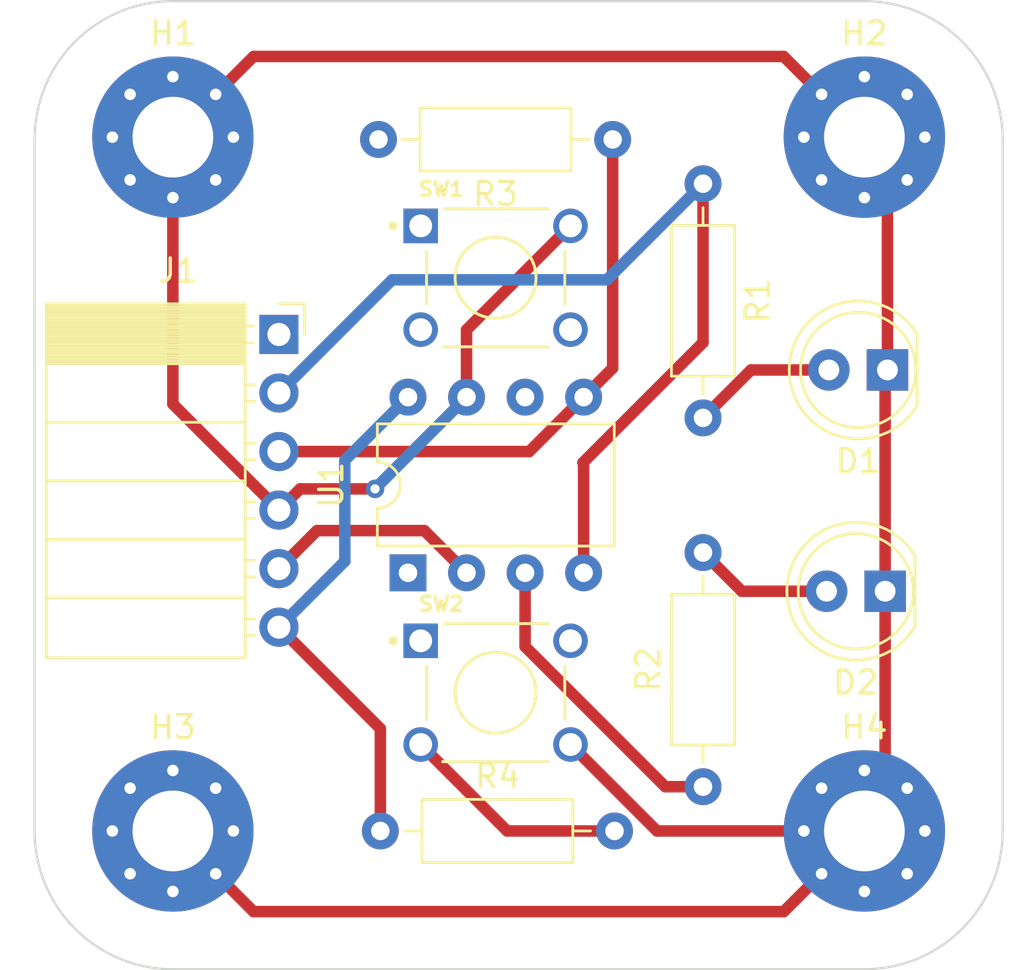
<source format=kicad_pcb>
(kicad_pcb (version 20211014) (generator pcbnew)
  (layers (0 "F.Cu" signal) (31 "B.Cu" signal) (34 "B.Paste" user) (35 "F.Paste" user) (36 "B.SilkS" user "B.Silkscreen") (37 "F.SilkS" user "F.Silkscreen") (38 "B.Mask" user) (39 "F.Mask" user) (44 "Edge.Cuts" user))
  (net 0 "")
  (net 1 "VSS")
  (net 2 "Net-(D1-Pad2)")
  (net 3 "Net-(D2-Pad2)")
  (net 5 "GP1")
  (net 6 "GP0")
  (net 7 "VDD")
  (net 8 "GP3")
  (net 9 "GP2")
  (net 10 "Net-(R3-Pad2)")
  (net 11 "Net-(R4-Pad2)")
  (footprint "Button_Switch_THT:SW_1825910-6-4" (layer "F.Cu") (at 131 84)
    (fp_text reference "SW1" (at -2.3627 -3.844398) (layer "F.SilkS") (effects (font (size 0.630643 0.630643))))
    (fp_text value "SW_DPST_x2")
    (fp_line (start 2.3 2.995) (end -2.3 2.995) (layer "F.SilkS") (width 0.127))
    (fp_line (start 3 -1.15) (end 3 1.15) (layer "F.SilkS") (width 0.127))
    (fp_line (start -2.2 -2.995) (end 2.3 -2.995) (layer "F.SilkS") (width 0.127))
    (fp_line (start -2.995 -1.15) (end -2.995 1.15) (layer "F.SilkS") (width 0.127))
    (fp_circle (center 0 0) (end 1.755 0) (layer "F.SilkS") (width 0.127) (fill none))
    (fp_circle (center -4.445 -2.25) (end -4.345 -2.25) (layer "F.SilkS") (width 0.2) (fill none))
    (pad "1" thru_hole rect locked (at -3.25 -2.25) (size 1.498 1.498) (drill 0.99) (layers *.Cu *.Mask) (net 10 "Net-(R3-Pad2)"))
    (pad "2" thru_hole circle locked (at 3.25 -2.25) (size 1.498 1.498) (drill 0.99) (layers *.Cu *.Mask) (net 1 "VSS"))
    (pad "3" thru_hole circle locked (at -3.25 2.25) (size 1.498 1.498) (drill 0.99) (layers *.Cu *.Mask))
    (pad "4" thru_hole circle locked (at 3.25 2.25) (size 1.498 1.498) (drill 0.99) (layers *.Cu *.Mask))
  )
  (footprint "MountingHole:MountingHole_3.5mm_Pad_Via" (layer "F.Cu") (at 117 108)
    (fp_text reference "H3" (at 0 -4.5) (layer "F.SilkS"))
    (fp_text value "MountingHole_Pad")
    (pad "1" thru_hole circle (at 1.856155 1.856155) (size 0.8 0.8) (drill 0.5) (layers *.Cu *.Mask) (net 1 "VSS"))
    (pad "1" thru_hole circle (at 0 0) (size 7 7) (drill 3.5) (layers *.Cu *.Mask) (net 1 "VSS"))
    (pad "1" thru_hole circle (at 1.856155 -1.856155) (size 0.8 0.8) (drill 0.5) (layers *.Cu *.Mask) (net 1 "VSS"))
    (pad "1" thru_hole circle (at -2.625 0) (size 0.8 0.8) (drill 0.5) (layers *.Cu *.Mask) (net 1 "VSS"))
    (pad "1" thru_hole circle (at -1.856155 1.856155) (size 0.8 0.8) (drill 0.5) (layers *.Cu *.Mask) (net 1 "VSS"))
    (pad "1" thru_hole circle (at 2.625 0) (size 0.8 0.8) (drill 0.5) (layers *.Cu *.Mask) (net 1 "VSS"))
    (pad "1" thru_hole circle (at -1.856155 -1.856155) (size 0.8 0.8) (drill 0.5) (layers *.Cu *.Mask) (net 1 "VSS"))
    (pad "1" thru_hole circle (at 0 -2.625) (size 0.8 0.8) (drill 0.5) (layers *.Cu *.Mask) (net 1 "VSS"))
    (pad "1" thru_hole circle (at 0 2.625) (size 0.8 0.8) (drill 0.5) (layers *.Cu *.Mask) (net 1 "VSS"))
  )
  (footprint "Button_Switch_THT:SW_1825910-6-4" (layer "F.Cu") (at 131 102)
    (fp_text reference "SW2" (at -2.3627 -3.844398) (layer "F.SilkS") (effects (font (size 0.630643 0.630643))))
    (fp_text value "SW_DPST_x2")
    (fp_line (start -2.2 -2.995) (end 2.3 -2.995) (layer "F.SilkS") (width 0.127))
    (fp_line (start -2.995 -1.15) (end -2.995 1.15) (layer "F.SilkS") (width 0.127))
    (fp_line (start 2.3 2.995) (end -2.3 2.995) (layer "F.SilkS") (width 0.127))
    (fp_line (start 3 -1.15) (end 3 1.15) (layer "F.SilkS") (width 0.127))
    (fp_circle (center -4.445 -2.25) (end -4.345 -2.25) (layer "F.SilkS") (width 0.2) (fill none))
    (fp_circle (center 0 0) (end 1.755 0) (layer "F.SilkS") (width 0.127) (fill none))
    (pad "1" thru_hole rect locked (at -3.25 -2.25) (size 1.498 1.498) (drill 0.99) (layers *.Cu *.Mask))
    (pad "2" thru_hole circle locked (at 3.25 -2.25) (size 1.498 1.498) (drill 0.99) (layers *.Cu *.Mask))
    (pad "3" thru_hole circle locked (at -3.25 2.25) (size 1.498 1.498) (drill 0.99) (layers *.Cu *.Mask) (net 11 "Net-(R4-Pad2)"))
    (pad "4" thru_hole circle locked (at 3.25 2.25) (size 1.498 1.498) (drill 0.99) (layers *.Cu *.Mask) (net 1 "VSS"))
  )
  (footprint "Package_DIP:DIP-8_W7.62mm" (layer "F.Cu") (at 127.2 96.8 90)
    (fp_text reference "U1" (at 3.81 -3.33 90) (layer "F.SilkS"))
    (fp_text value "PIC10F200-IP")
    (fp_line (start 6.46 -1.33) (end 4.81 -1.33) (layer "F.SilkS") (width 0.12))
    (fp_line (start 2.81 -1.33) (end 1.16 -1.33) (layer "F.SilkS") (width 0.12))
    (fp_line (start 1.16 -1.33) (end 1.16 8.95) (layer "F.SilkS") (width 0.12))
    (fp_line (start 1.16 8.95) (end 6.46 8.95) (layer "F.SilkS") (width 0.12))
    (fp_line (start 6.46 8.95) (end 6.46 -1.33) (layer "F.SilkS") (width 0.12))
    (fp_arc (start 4.81 -1.33) (mid 3.81 -0.33) (end 2.81 -1.33) (layer "F.SilkS") (width 0.12))
    (pad "1" thru_hole rect (at 0 0 90) (size 1.6 1.6) (drill 0.8) (layers *.Cu *.Mask))
    (pad "2" thru_hole oval (at 0 2.54 90) (size 1.6 1.6) (drill 0.8) (layers *.Cu *.Mask) (net 7 "VDD"))
    (pad "3" thru_hole oval (at 0 5.08 90) (size 1.6 1.6) (drill 0.8) (layers *.Cu *.Mask) (net 9 "GP2"))
    (pad "4" thru_hole oval (at 0 7.62 90) (size 1.6 1.6) (drill 0.8) (layers *.Cu *.Mask) (net 5 "GP1"))
    (pad "5" thru_hole oval (at 7.62 7.62 90) (size 1.6 1.6) (drill 0.8) (layers *.Cu *.Mask) (net 6 "GP0"))
    (pad "6" thru_hole oval (at 7.62 5.08 90) (size 1.6 1.6) (drill 0.8) (layers *.Cu *.Mask))
    (pad "7" thru_hole oval (at 7.62 2.54 90) (size 1.6 1.6) (drill 0.8) (layers *.Cu *.Mask) (net 1 "VSS"))
    (pad "8" thru_hole oval (at 7.62 0 90) (size 1.6 1.6) (drill 0.8) (layers *.Cu *.Mask) (net 8 "GP3"))
  )
  (footprint "Resistor_THT:R_Axial_DIN0207_L6.3mm_D2.5mm_P10.16mm_Horizontal" (layer "F.Cu") (at 140 79.92 -90)
    (fp_text reference "R1" (at 5.08 -2.37 90) (layer "F.SilkS"))
    (fp_text value "1k")
    (fp_line (start 8.35 -1.37) (end 1.81 -1.37) (layer "F.SilkS") (width 0.12))
    (fp_line (start 1.81 -1.37) (end 1.81 1.37) (layer "F.SilkS") (width 0.12))
    (fp_line (start 9.12 0) (end 8.35 0) (layer "F.SilkS") (width 0.12))
    (fp_line (start 1.04 0) (end 1.81 0) (layer "F.SilkS") (width 0.12))
    (fp_line (start 1.81 1.37) (end 8.35 1.37) (layer "F.SilkS") (width 0.12))
    (fp_line (start 8.35 1.37) (end 8.35 -1.37) (layer "F.SilkS") (width 0.12))
    (pad "1" thru_hole circle (at 0 0 270) (size 1.6 1.6) (drill 0.8) (layers *.Cu *.Mask) (net 5 "GP1"))
    (pad "2" thru_hole oval (at 10.16 0 270) (size 1.6 1.6) (drill 0.8) (layers *.Cu *.Mask) (net 2 "Net-(D1-Pad2)"))
  )
  (footprint "Resistor_THT:R_Axial_DIN0207_L6.3mm_D2.5mm_P10.16mm_Horizontal" (layer "F.Cu") (at 126 108)
    (fp_text reference "R4" (at 5.08 -2.37) (layer "F.SilkS"))
    (fp_text value "1k")
    (fp_line (start 1.04 0) (end 1.81 0) (layer "F.SilkS") (width 0.12))
    (fp_line (start 1.81 1.37) (end 8.35 1.37) (layer "F.SilkS") (width 0.12))
    (fp_line (start 1.81 -1.37) (end 1.81 1.37) (layer "F.SilkS") (width 0.12))
    (fp_line (start 8.35 -1.37) (end 1.81 -1.37) (layer "F.SilkS") (width 0.12))
    (fp_line (start 8.35 1.37) (end 8.35 -1.37) (layer "F.SilkS") (width 0.12))
    (fp_line (start 9.12 0) (end 8.35 0) (layer "F.SilkS") (width 0.12))
    (pad "1" thru_hole circle (at 0 0) (size 1.6 1.6) (drill 0.8) (layers *.Cu *.Mask) (net 8 "GP3"))
    (pad "2" thru_hole oval (at 10.16 0) (size 1.6 1.6) (drill 0.8) (layers *.Cu *.Mask) (net 11 "Net-(R4-Pad2)"))
  )
  (footprint "MountingHole:MountingHole_3.5mm_Pad_Via" (layer "F.Cu") (at 117 77.9)
    (fp_text reference "H1" (at 0 -4.5) (layer "F.SilkS"))
    (fp_text value "MountingHole_Pad")
    (pad "1" thru_hole circle (at 0 2.625) (size 0.8 0.8) (drill 0.5) (layers *.Cu *.Mask) (net 1 "VSS"))
    (pad "1" thru_hole circle (at 0 0) (size 7 7) (drill 3.5) (layers *.Cu *.Mask) (net 1 "VSS"))
    (pad "1" thru_hole circle (at -2.625 0) (size 0.8 0.8) (drill 0.5) (layers *.Cu *.Mask) (net 1 "VSS"))
    (pad "1" thru_hole circle (at 1.856155 -1.856155) (size 0.8 0.8) (drill 0.5) (layers *.Cu *.Mask) (net 1 "VSS"))
    (pad "1" thru_hole circle (at 2.625 0) (size 0.8 0.8) (drill 0.5) (layers *.Cu *.Mask) (net 1 "VSS"))
    (pad "1" thru_hole circle (at -1.856155 -1.856155) (size 0.8 0.8) (drill 0.5) (layers *.Cu *.Mask) (net 1 "VSS"))
    (pad "1" thru_hole circle (at 1.856155 1.856155) (size 0.8 0.8) (drill 0.5) (layers *.Cu *.Mask) (net 1 "VSS"))
    (pad "1" thru_hole circle (at -1.856155 1.856155) (size 0.8 0.8) (drill 0.5) (layers *.Cu *.Mask) (net 1 "VSS"))
    (pad "1" thru_hole circle (at 0 -2.625) (size 0.8 0.8) (drill 0.5) (layers *.Cu *.Mask) (net 1 "VSS"))
  )
  (footprint "Resistor_THT:R_Axial_DIN0207_L6.3mm_D2.5mm_P10.16mm_Horizontal" (layer "F.Cu") (at 136.08 78 180)
    (fp_text reference "R3" (at 5.08 -2.37) (layer "F.SilkS"))
    (fp_text value "1k")
    (fp_line (start 8.35 -1.37) (end 1.81 -1.37) (layer "F.SilkS") (width 0.12))
    (fp_line (start 1.04 0) (end 1.81 0) (layer "F.SilkS") (width 0.12))
    (fp_line (start 8.35 1.37) (end 8.35 -1.37) (layer "F.SilkS") (width 0.12))
    (fp_line (start 1.81 -1.37) (end 1.81 1.37) (layer "F.SilkS") (width 0.12))
    (fp_line (start 1.81 1.37) (end 8.35 1.37) (layer "F.SilkS") (width 0.12))
    (fp_line (start 9.12 0) (end 8.35 0) (layer "F.SilkS") (width 0.12))
    (pad "1" thru_hole circle (at 0 0 180) (size 1.6 1.6) (drill 0.8) (layers *.Cu *.Mask) (net 6 "GP0"))
    (pad "2" thru_hole oval (at 10.16 0 180) (size 1.6 1.6) (drill 0.8) (layers *.Cu *.Mask) (net 10 "Net-(R3-Pad2)"))
  )
  (footprint "LED_THT:LED_D5.0mm" (layer "F.Cu") (at 148 88 180)
    (fp_text reference "D1" (at 1.27 -3.96) (layer "F.SilkS"))
    (fp_text value "LED")
    (fp_line (start -1.29 -1.545) (end -1.29 1.545) (layer "F.SilkS") (width 0.12))
    (fp_arc (start -1.29 -1.54483) (mid 2.072002 -2.880433) (end 4.26 0.000462) (layer "F.SilkS") (width 0.12))
    (fp_arc (start 4.26 -0.000462) (mid 2.072002 2.880433) (end -1.29 1.54483) (layer "F.SilkS") (width 0.12))
    (fp_circle (center 1.27 0) (end 3.77 0) (layer "F.SilkS") (width 0.12) (fill none))
    (pad "1" thru_hole rect (at 0 0 180) (size 1.8 1.8) (drill 0.9) (layers *.Cu *.Mask) (net 1 "VSS"))
    (pad "2" thru_hole circle (at 2.54 0 180) (size 1.8 1.8) (drill 0.9) (layers *.Cu *.Mask) (net 2 "Net-(D1-Pad2)"))
  )
  (footprint "Connector_PinSocket_2.54mm:PinSocket_1x06_P2.54mm_Horizontal" (layer "F.Cu") (at 121.6 86.46)
    (fp_text reference "J1" (at -4.38 -2.77) (layer "F.SilkS"))
    (fp_text value "Conn_01x06_Female")
    (fp_line (start -10.09 6.35) (end -1.46 6.35) (layer "F.SilkS") (width 0.12))
    (fp_line (start -10.09 -0.619525) (end -1.46 -0.619525) (layer "F.SilkS") (width 0.12))
    (fp_line (start -1.46 -0.36) (end -1.11 -0.36) (layer "F.SilkS") (width 0.12))
    (fp_line (start -10.09 -0.02905) (end -1.46 -0.02905) (layer "F.SilkS") (width 0.12))
    (fp_line (start -1.46 13.06) (end -1.05 13.06) (layer "F.SilkS") (width 0.12))
    (fp_line (start -10.09 -0.855715) (end -1.46 -0.855715) (layer "F.SilkS") (width 0.12))
    (fp_line (start -10.09 0.91571) (end -1.46 0.91571) (layer "F.SilkS") (width 0.12))
    (fp_line (start -1.46 10.52) (end -1.05 10.52) (layer "F.SilkS") (width 0.12))
    (fp_line (start -1.46 7.98) (end -1.05 7.98) (layer "F.SilkS") (width 0.12))
    (fp_line (start -10.09 14.03) (end -1.46 14.03) (layer "F.SilkS") (width 0.12))
    (fp_line (start -10.09 0.20714) (end -1.46 0.20714) (layer "F.SilkS") (width 0.12))
    (fp_line (start -1.46 12.34) (end -1.05 12.34) (layer "F.SilkS") (width 0.12))
    (fp_line (start 0 -1.33) (end 1.11 -1.33) (layer "F.SilkS") (width 0.12))
    (fp_line (start -10.09 3.81) (end -1.46 3.81) (layer "F.SilkS") (width 0.12))
    (fp_line (start -10.09 -1.33) (end -10.09 14.03) (layer "F.SilkS") (width 0.12))
    (fp_line (start -1.46 2.9) (end -1.05 2.9) (layer "F.SilkS") (width 0.12))
    (fp_line (start -1.46 7.26) (end -1.05 7.26) (layer "F.SilkS") (width 0.12))
    (fp_line (start -10.09 1.1519) (end -1.46 1.1519) (layer "F.SilkS") (width 0.12))
    (fp_line (start -10.09 1.033805) (end -1.46 1.033805) (layer "F.SilkS") (width 0.12))
    (fp_line (start -10.09 1.27) (end -1.46 1.27) (layer "F.SilkS") (width 0.12))
    (fp_line (start -10.09 -0.97381) (end -1.46 -0.97381) (layer "F.SilkS") (width 0.12))
    (fp_line (start -10.09 -0.26524) (end -1.46 -0.26524) (layer "F.SilkS") (width 0.12))
    (fp_line (start 1.11 -1.33) (end 1.11 0) (layer "F.SilkS") (width 0.12))
    (fp_line (start -1.46 4.72) (end -1.05 4.72) (layer "F.SilkS") (width 0.12))
    (fp_line (start -10.09 0.561425) (end -1.46 0.561425) (layer "F.SilkS") (width 0.12))
    (fp_line (start -10.09 -1.091905) (end -1.46 -1.091905) (layer "F.SilkS") (width 0.12))
    (fp_line (start -10.09 -0.383335) (end -1.46 -0.383335) (layer "F.SilkS") (width 0.12))
    (fp_line (start -10.09 0.67952) (end -1.46 0.67952) (layer "F.SilkS") (width 0.12))
    (fp_line (start -10.09 -0.73762) (end -1.46 -0.73762) (layer "F.SilkS") (width 0.12))
    (fp_line (start -10.09 11.43) (end -1.46 11.43) (layer "F.SilkS") (width 0.12))
    (fp_line (start -1.46 2.18) (end -1.05 2.18) (layer "F.SilkS") (width 0.12))
    (fp_line (start -1.46 0.36) (end -1.11 0.36) (layer "F.SilkS") (width 0.12))
    (fp_line (start -10.09 -0.50143) (end -1.46 -0.50143) (layer "F.SilkS") (width 0.12))
    (fp_line (start -1.46 9.8) (end -1.05 9.8) (layer "F.SilkS") (width 0.12))
    (fp_line (start -10.09 -1.33) (end -1.46 -1.33) (layer "F.SilkS") (width 0.12))
    (fp_line (start -10.09 -0.147145) (end -1.46 -0.147145) (layer "F.SilkS") (width 0.12))
    (fp_line (start -10.09 0.44333) (end -1.46 0.44333) (layer "F.SilkS") (width 0.12))
    (fp_line (start -10.09 0.325235) (end -1.46 0.325235) (layer "F.SilkS") (width 0.12))
    (fp_line (start -1.46 5.44) (end -1.05 5.44) (layer "F.SilkS") (width 0.12))
    (fp_line (start -10.09 8.89) (end -1.46 8.89) (layer "F.SilkS") (width 0.12))
    (fp_line (start -1.46 -1.33) (end -1.46 14.03) (layer "F.SilkS") (width 0.12))
    (fp_line (start -10.09 0.089045) (end -1.46 0.089045) (layer "F.SilkS") (width 0.12))
    (fp_line (start -10.09 0.797615) (end -1.46 0.797615) (layer "F.SilkS") (width 0.12))
    (fp_line (start -10.09 -1.21) (end -1.46 -1.21) (layer "F.SilkS") (width 0.12))
    (pad "1" thru_hole rect (at 0 0) (size 1.7 1.7) (drill 1) (layers *.Cu *.Mask))
    (pad "2" thru_hole oval (at 0 2.54) (size 1.7 1.7) (drill 1) (layers *.Cu *.Mask) (net 5 "GP1"))
    (pad "3" thru_hole oval (at 0 5.08) (size 1.7 1.7) (drill 1) (layers *.Cu *.Mask) (net 6 "GP0"))
    (pad "4" thru_hole oval (at 0 7.62) (size 1.7 1.7) (drill 1) (layers *.Cu *.Mask) (net 1 "VSS"))
    (pad "5" thru_hole oval (at 0 10.16) (size 1.7 1.7) (drill 1) (layers *.Cu *.Mask) (net 7 "VDD"))
    (pad "6" thru_hole oval (at 0 12.7) (size 1.7 1.7) (drill 1) (layers *.Cu *.Mask) (net 8 "GP3"))
  )
  (footprint "MountingHole:MountingHole_3.5mm_Pad_Via" (layer "F.Cu") (at 147 108)
    (fp_text reference "H4" (at 0 -4.5) (layer "F.SilkS"))
    (fp_text value "MountingHole_Pad")
    (pad "1" thru_hole circle (at -1.856155 -1.856155) (size 0.8 0.8) (drill 0.5) (layers *.Cu *.Mask) (net 1 "VSS"))
    (pad "1" thru_hole circle (at 2.625 0) (size 0.8 0.8) (drill 0.5) (layers *.Cu *.Mask) (net 1 "VSS"))
    (pad "1" thru_hole circle (at 0 2.625) (size 0.8 0.8) (drill 0.5) (layers *.Cu *.Mask) (net 1 "VSS"))
    (pad "1" thru_hole circle (at 1.856155 -1.856155) (size 0.8 0.8) (drill 0.5) (layers *.Cu *.Mask) (net 1 "VSS"))
    (pad "1" thru_hole circle (at -1.856155 1.856155) (size 0.8 0.8) (drill 0.5) (layers *.Cu *.Mask) (net 1 "VSS"))
    (pad "1" thru_hole circle (at -2.625 0) (size 0.8 0.8) (drill 0.5) (layers *.Cu *.Mask) (net 1 "VSS"))
    (pad "1" thru_hole circle (at 1.856155 1.856155) (size 0.8 0.8) (drill 0.5) (layers *.Cu *.Mask) (net 1 "VSS"))
    (pad "1" thru_hole circle (at 0 0) (size 7 7) (drill 3.5) (layers *.Cu *.Mask) (net 1 "VSS"))
    (pad "1" thru_hole circle (at 0 -2.625) (size 0.8 0.8) (drill 0.5) (layers *.Cu *.Mask) (net 1 "VSS"))
  )
  (footprint "MountingHole:MountingHole_3.5mm_Pad_Via" (layer "F.Cu") (at 147 77.9)
    (fp_text reference "H2" (at 0 -4.5) (layer "F.SilkS"))
    (fp_text value "MountingHole_Pad")
    (pad "1" thru_hole circle (at 1.856155 1.856155) (size 0.8 0.8) (drill 0.5) (layers *.Cu *.Mask) (net 1 "VSS"))
    (pad "1" thru_hole circle (at 0 2.625) (size 0.8 0.8) (drill 0.5) (layers *.Cu *.Mask) (net 1 "VSS"))
    (pad "1" thru_hole circle (at -2.625 0) (size 0.8 0.8) (drill 0.5) (layers *.Cu *.Mask) (net 1 "VSS"))
    (pad "1" thru_hole circle (at -1.856155 1.856155) (size 0.8 0.8) (drill 0.5) (layers *.Cu *.Mask) (net 1 "VSS"))
    (pad "1" thru_hole circle (at 2.625 0) (size 0.8 0.8) (drill 0.5) (layers *.Cu *.Mask) (net 1 "VSS"))
    (pad "1" thru_hole circle (at -1.856155 -1.856155) (size 0.8 0.8) (drill 0.5) (layers *.Cu *.Mask) (net 1 "VSS"))
    (pad "1" thru_hole circle (at 0 0) (size 7 7) (drill 3.5) (layers *.Cu *.Mask) (net 1 "VSS"))
    (pad "1" thru_hole circle (at 0 -2.625) (size 0.8 0.8) (drill 0.5) (layers *.Cu *.Mask) (net 1 "VSS"))
    (pad "1" thru_hole circle (at 1.856155 -1.856155) (size 0.8 0.8) (drill 0.5) (layers *.Cu *.Mask) (net 1 "VSS"))
  )
  (footprint "LED_THT:LED_D5.0mm" (layer "F.Cu") (at 147.9 97.6 180)
    (fp_text reference "D2" (at 1.27 -3.96) (layer "F.SilkS"))
    (fp_text value "LED")
    (fp_line (start -1.29 -1.545) (end -1.29 1.545) (layer "F.SilkS") (width 0.12))
    (fp_arc (start -1.29 -1.54483) (mid 2.072002 -2.880433) (end 4.26 0.000462) (layer "F.SilkS") (width 0.12))
    (fp_arc (start 4.26 -0.000462) (mid 2.072002 2.880433) (end -1.29 1.54483) (layer "F.SilkS") (width 0.12))
    (fp_circle (center 1.27 0) (end 3.77 0) (layer "F.SilkS") (width 0.12) (fill none))
    (pad "1" thru_hole rect (at 0 0 180) (size 1.8 1.8) (drill 0.9) (layers *.Cu *.Mask) (net 1 "VSS"))
    (pad "2" thru_hole circle (at 2.54 0 180) (size 1.8 1.8) (drill 0.9) (layers *.Cu *.Mask) (net 3 "Net-(D2-Pad2)"))
  )
  (footprint "Resistor_THT:R_Axial_DIN0207_L6.3mm_D2.5mm_P10.16mm_Horizontal" (layer "F.Cu") (at 140 106.08 90)
    (fp_text reference "R2" (at 5.08 -2.37 90) (layer "F.SilkS"))
    (fp_text value "1k")
    (fp_line (start 8.35 -1.37) (end 1.81 -1.37) (layer "F.SilkS") (width 0.12))
    (fp_line (start 1.81 -1.37) (end 1.81 1.37) (layer "F.SilkS") (width 0.12))
    (fp_line (start 8.35 1.37) (end 8.35 -1.37) (layer "F.SilkS") (width 0.12))
    (fp_line (start 9.12 0) (end 8.35 0) (layer "F.SilkS") (width 0.12))
    (fp_line (start 1.81 1.37) (end 8.35 1.37) (layer "F.SilkS") (width 0.12))
    (fp_line (start 1.04 0) (end 1.81 0) (layer "F.SilkS") (width 0.12))
    (pad "1" thru_hole circle (at 0 0 90) (size 1.6 1.6) (drill 0.8) (layers *.Cu *.Mask) (net 9 "GP2"))
    (pad "2" thru_hole oval (at 10.16 0 90) (size 1.6 1.6) (drill 0.8) (layers *.Cu *.Mask) (net 3 "Net-(D2-Pad2)"))
  )
  (gr_arc (start 147 72) (mid 151.242641 73.757359) (end 153 78) (layer "Edge.Cuts") (width 0.1))
  (gr_line (start 147 72) (end 117 72) (layer "Edge.Cuts") (width 0.1))
  (gr_line (start 153 78) (end 153 108) (layer "Edge.Cuts") (width 0.1))
  (gr_line (start 111 78) (end 111 108) (layer "Edge.Cuts") (width 0.1))
  (gr_arc (start 111 78) (mid 112.757359 73.757359) (end 117 72) (layer "Edge.Cuts") (width 0.1))
  (gr_arc (start 153 108) (mid 151.242641 112.242641) (end 147 114) (layer "Edge.Cuts") (width 0.1))
  (gr_arc (start 117 114) (mid 112.757359 112.242641) (end 111 108) (layer "Edge.Cuts") (width 0.1))
  (gr_line (start 147 114) (end 117 114) (layer "Edge.Cuts") (width 0.1))
  (segment (start 117 108) (end 120.5 111.5) (width 0.5) (layer "F.Cu") (net 1))
  (segment (start 122.52 93.16) (end 121.6 94.08) (width 0.5) (layer "F.Cu") (net 1))
  (segment (start 121.6 94.08) (end 117 89.48) (width 0.5) (layer "F.Cu") (net 1))
  (segment (start 117 77.9) (end 120.5 74.4) (width 0.5) (layer "F.Cu") (net 1))
  (segment (start 147.9 97.6) (end 147.9 107.1) (width 0.5) (layer "F.Cu") (net 1))
  (segment (start 120.5 111.5) (end 143.5 111.5) (width 0.5) (layer "F.Cu") (net 1))
  (segment (start 143.5 111.5) (end 147 108) (width 0.5) (layer "F.Cu") (net 1))
  (segment (start 147.9 107.1) (end 147 108) (width 0.5) (layer "F.Cu") (net 1))
  (segment (start 134.25 104.25) (end 138 108) (width 0.5) (layer "F.Cu") (net 1))
  (segment (start 148 88) (end 148 78.9) (width 0.5) (layer "F.Cu") (net 1))
  (segment (start 129.74 86.26) (end 134.25 81.75) (width 0.5) (layer "F.Cu") (net 1))
  (segment (start 147.9 88.1) (end 148 88) (width 0.5) (layer "F.Cu") (net 1))
  (segment (start 120.5 74.4) (end 143.5 74.4) (width 0.5) (layer "F.Cu") (net 1))
  (segment (start 125.77 93.16) (end 122.52 93.16) (width 0.5) (layer "F.Cu") (net 1))
  (segment (start 143.5 74.4) (end 147 77.9) (width 0.5) (layer "F.Cu") (net 1))
  (segment (start 117 89.48) (end 117 77.9) (width 0.5) (layer "F.Cu") (net 1))
  (segment (start 138 108) (end 147 108) (width 0.5) (layer "F.Cu") (net 1))
  (segment (start 147.9 97.6) (end 147.9 88.1) (width 0.5) (layer "F.Cu") (net 1))
  (segment (start 148 78.9) (end 147 77.9) (width 0.5) (layer "F.Cu") (net 1))
  (segment (start 129.74 89.18) (end 129.74 86.26) (width 0.5) (layer "F.Cu") (net 1))
  (via (at 125.77 93.16) (size 0.8) (drill 0.4) (layers "F.Cu" "B.Cu") (net 1))
  (segment (start 125.77 93.15) (end 125.77 93.16) (width 0.5) (layer "B.Cu") (net 1))
  (segment (start 129.74 89.18) (end 125.77 93.15) (width 0.5) (layer "B.Cu") (net 1))
  (segment (start 145.46 88) (end 142.08 88) (width 0.5) (layer "F.Cu") (net 2))
  (segment (start 142.08 88) (end 140 90.08) (width 0.5) (layer "F.Cu") (net 2))
  (segment (start 145.36 97.6) (end 141.68 97.6) (width 0.5) (layer "F.Cu") (net 3))
  (segment (start 141.68 97.6) (end 140 95.92) (width 0.5) (layer "F.Cu") (net 3))
  (segment (start 134.82 92.05) (end 134.82 96.8) (width 0.5) (layer "F.Cu") (net 5))
  (segment (start 140 79.92) (end 140 86.81) (width 0.5) (layer "F.Cu") (net 5))
  (segment (start 140 86.81) (end 134.79 92.02) (width 0.5) (layer "F.Cu") (net 5))
  (segment (start 134.79 92.02) (end 134.82 92.05) (width 0.5) (layer "F.Cu") (net 5))
  (segment (start 135.83 84.09) (end 140 79.92) (width 0.5) (layer "B.Cu") (net 5))
  (segment (start 126.51 84.09) (end 135.83 84.09) (width 0.5) (layer "B.Cu") (net 5))
  (segment (start 121.6 89) (end 126.51 84.09) (width 0.5) (layer "B.Cu") (net 5))
  (segment (start 136.08 78) (end 136.08 87.92) (width 0.5) (layer "F.Cu") (net 6))
  (segment (start 132.46 91.54) (end 121.6 91.54) (width 0.5) (layer "F.Cu") (net 6))
  (segment (start 134.82 89.18) (end 132.46 91.54) (width 0.5) (layer "F.Cu") (net 6))
  (segment (start 136.08 87.92) (end 134.82 89.18) (width 0.5) (layer "F.Cu") (net 6))
  (segment (start 127.91 94.97) (end 123.25 94.97) (width 0.5) (layer "F.Cu") (net 7))
  (segment (start 123.25 94.97) (end 121.6 96.62) (width 0.5) (layer "F.Cu") (net 7))
  (segment (start 129.74 96.8) (end 127.91 94.97) (width 0.5) (layer "F.Cu") (net 7))
  (segment (start 126 103.56) (end 121.6 99.16) (width 0.5) (layer "F.Cu") (net 8))
  (segment (start 126 108) (end 126 103.56) (width 0.5) (layer "F.Cu") (net 8))
  (segment (start 124.46 91.92) (end 127.2 89.18) (width 0.5) (layer "B.Cu") (net 8))
  (segment (start 121.6 99.16) (end 124.46 96.3) (width 0.5) (layer "B.Cu") (net 8))
  (segment (start 124.46 96.3) (end 124.46 91.92) (width 0.5) (layer "B.Cu") (net 8))
  (segment (start 138.36 106.08) (end 132.28 100) (width 0.5) (layer "F.Cu") (net 9))
  (segment (start 132.28 100) (end 132.28 96.8) (width 0.5) (layer "F.Cu") (net 9))
  (segment (start 140 106.08) (end 138.36 106.08) (width 0.5) (layer "F.Cu") (net 9))
  (segment (start 131.5 108) (end 127.75 104.25) (width 0.5) (layer "F.Cu") (net 11))
  (segment (start 136.16 108) (end 131.5 108) (width 0.5) (layer "F.Cu") (net 11))
)
</source>
